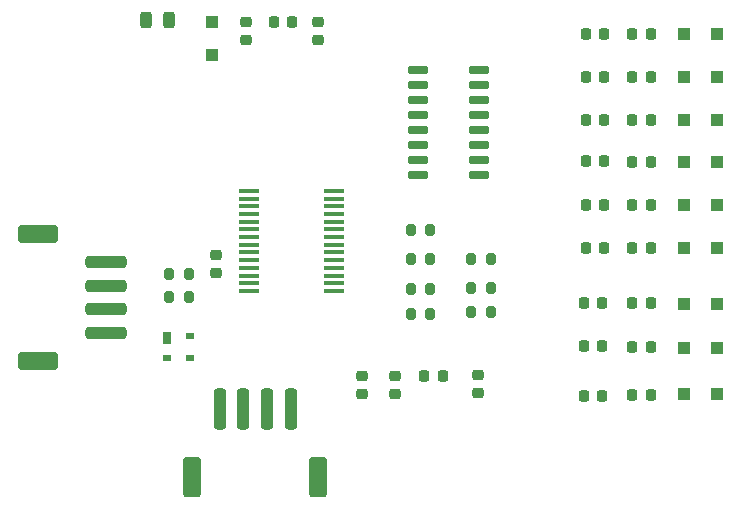
<source format=gbr>
%TF.GenerationSoftware,KiCad,Pcbnew,7.0.7*%
%TF.CreationDate,2024-02-03T17:25:47+00:00*%
%TF.ProjectId,LPF_Relay,4c50465f-5265-46c6-9179-2e6b69636164,rev?*%
%TF.SameCoordinates,Original*%
%TF.FileFunction,Paste,Top*%
%TF.FilePolarity,Positive*%
%FSLAX46Y46*%
G04 Gerber Fmt 4.6, Leading zero omitted, Abs format (unit mm)*
G04 Created by KiCad (PCBNEW 7.0.7) date 2024-02-03 17:25:47*
%MOMM*%
%LPD*%
G01*
G04 APERTURE LIST*
G04 Aperture macros list*
%AMRoundRect*
0 Rectangle with rounded corners*
0 $1 Rounding radius*
0 $2 $3 $4 $5 $6 $7 $8 $9 X,Y pos of 4 corners*
0 Add a 4 corners polygon primitive as box body*
4,1,4,$2,$3,$4,$5,$6,$7,$8,$9,$2,$3,0*
0 Add four circle primitives for the rounded corners*
1,1,$1+$1,$2,$3*
1,1,$1+$1,$4,$5*
1,1,$1+$1,$6,$7*
1,1,$1+$1,$8,$9*
0 Add four rect primitives between the rounded corners*
20,1,$1+$1,$2,$3,$4,$5,0*
20,1,$1+$1,$4,$5,$6,$7,0*
20,1,$1+$1,$6,$7,$8,$9,0*
20,1,$1+$1,$8,$9,$2,$3,0*%
G04 Aperture macros list end*
%ADD10RoundRect,0.218750X0.218750X0.256250X-0.218750X0.256250X-0.218750X-0.256250X0.218750X-0.256250X0*%
%ADD11RoundRect,0.225000X0.225000X0.250000X-0.225000X0.250000X-0.225000X-0.250000X0.225000X-0.250000X0*%
%ADD12RoundRect,0.250000X-0.300000X-0.300000X0.300000X-0.300000X0.300000X0.300000X-0.300000X0.300000X0*%
%ADD13RoundRect,0.250000X-1.500000X0.250000X-1.500000X-0.250000X1.500000X-0.250000X1.500000X0.250000X0*%
%ADD14RoundRect,0.250001X-1.449999X0.499999X-1.449999X-0.499999X1.449999X-0.499999X1.449999X0.499999X0*%
%ADD15RoundRect,0.150000X-0.725000X-0.150000X0.725000X-0.150000X0.725000X0.150000X-0.725000X0.150000X0*%
%ADD16RoundRect,0.200000X0.200000X0.275000X-0.200000X0.275000X-0.200000X-0.275000X0.200000X-0.275000X0*%
%ADD17RoundRect,0.225000X-0.250000X0.225000X-0.250000X-0.225000X0.250000X-0.225000X0.250000X0.225000X0*%
%ADD18R,0.700000X1.000000*%
%ADD19R,0.700000X0.600000*%
%ADD20RoundRect,0.200000X-0.200000X-0.275000X0.200000X-0.275000X0.200000X0.275000X-0.200000X0.275000X0*%
%ADD21R,1.750000X0.450000*%
%ADD22RoundRect,0.250000X-0.250000X-1.500000X0.250000X-1.500000X0.250000X1.500000X-0.250000X1.500000X0*%
%ADD23RoundRect,0.250001X-0.499999X-1.449999X0.499999X-1.449999X0.499999X1.449999X-0.499999X1.449999X0*%
%ADD24RoundRect,0.250000X-0.300000X0.300000X-0.300000X-0.300000X0.300000X-0.300000X0.300000X0.300000X0*%
%ADD25RoundRect,0.243750X0.243750X0.456250X-0.243750X0.456250X-0.243750X-0.456250X0.243750X-0.456250X0*%
G04 APERTURE END LIST*
D10*
%TO.C,L1*%
X36717500Y-39130000D03*
X35142500Y-39130000D03*
%TD*%
D11*
%TO.C,C15*%
X50345000Y-10140000D03*
X48795000Y-10140000D03*
%TD*%
D12*
%TO.C,D9*%
X57112500Y-21036000D03*
X59912500Y-21036000D03*
%TD*%
D13*
%TO.C,J2*%
X8150000Y-29460000D03*
X8150000Y-31460000D03*
X8150000Y-33460000D03*
X8150000Y-35460000D03*
D14*
X2400000Y-27110000D03*
X2400000Y-37810000D03*
%TD*%
D12*
%TO.C,D5*%
X57112500Y-10140000D03*
X59912500Y-10140000D03*
%TD*%
%TO.C,D11*%
X57112500Y-28300000D03*
X59912500Y-28300000D03*
%TD*%
D11*
%TO.C,C14*%
X50195000Y-32970000D03*
X48645000Y-32970000D03*
%TD*%
D15*
%TO.C,U2*%
X34585000Y-13245000D03*
X34585000Y-14515000D03*
X34585000Y-15785000D03*
X34585000Y-17055000D03*
X34585000Y-18325000D03*
X34585000Y-19595000D03*
X34585000Y-20865000D03*
X34585000Y-22135000D03*
X39735000Y-22135000D03*
X39735000Y-20865000D03*
X39735000Y-19595000D03*
X39735000Y-18325000D03*
X39735000Y-17055000D03*
X39735000Y-15785000D03*
X39735000Y-14515000D03*
X39735000Y-13245000D03*
%TD*%
D16*
%TO.C,R6*%
X35630000Y-29230000D03*
X33980000Y-29230000D03*
%TD*%
D17*
%TO.C,C1*%
X32690000Y-39100000D03*
X32690000Y-40650000D03*
%TD*%
D16*
%TO.C,R3*%
X35630000Y-31780000D03*
X33980000Y-31780000D03*
%TD*%
D10*
%TO.C,L5*%
X54287500Y-32970000D03*
X52712500Y-32970000D03*
%TD*%
D12*
%TO.C,D6*%
X57132500Y-40610000D03*
X59932500Y-40610000D03*
%TD*%
D17*
%TO.C,C3*%
X29890000Y-39100000D03*
X29890000Y-40650000D03*
%TD*%
D11*
%TO.C,C11*%
X50345000Y-17406389D03*
X48795000Y-17406389D03*
%TD*%
D17*
%TO.C,C2*%
X39700000Y-39040000D03*
X39700000Y-40590000D03*
%TD*%
D16*
%TO.C,R9*%
X35630000Y-26740000D03*
X33980000Y-26740000D03*
%TD*%
D18*
%TO.C,D1*%
X13320000Y-35930000D03*
D19*
X13320000Y-37630000D03*
X15320000Y-37630000D03*
X15320000Y-35730000D03*
%TD*%
D17*
%TO.C,C6*%
X26140000Y-9120000D03*
X26140000Y-10670000D03*
%TD*%
D10*
%TO.C,L3*%
X54287500Y-40700000D03*
X52712500Y-40700000D03*
%TD*%
D20*
%TO.C,R5*%
X13545000Y-30490000D03*
X15195000Y-30490000D03*
%TD*%
D10*
%TO.C,L2*%
X23947500Y-9120000D03*
X22372500Y-9120000D03*
%TD*%
D11*
%TO.C,C13*%
X50345000Y-13775186D03*
X48795000Y-13775186D03*
%TD*%
D17*
%TO.C,C4*%
X17530000Y-28850000D03*
X17530000Y-30400000D03*
%TD*%
D11*
%TO.C,C9*%
X50345000Y-20950000D03*
X48795000Y-20950000D03*
%TD*%
D10*
%TO.C,L10*%
X54327500Y-13775186D03*
X52752500Y-13775186D03*
%TD*%
D21*
%TO.C,U1*%
X20250000Y-23460000D03*
X20250000Y-24110000D03*
X20250000Y-24760000D03*
X20250000Y-25410000D03*
X20250000Y-26060000D03*
X20250000Y-26710000D03*
X20250000Y-27360000D03*
X20250000Y-28010000D03*
X20250000Y-28660000D03*
X20250000Y-29310000D03*
X20250000Y-29960000D03*
X20250000Y-30610000D03*
X20250000Y-31260000D03*
X20250000Y-31910000D03*
X27450000Y-31910000D03*
X27450000Y-31260000D03*
X27450000Y-30610000D03*
X27450000Y-29960000D03*
X27450000Y-29310000D03*
X27450000Y-28660000D03*
X27450000Y-28010000D03*
X27450000Y-27360000D03*
X27450000Y-26710000D03*
X27450000Y-26060000D03*
X27450000Y-25410000D03*
X27450000Y-24760000D03*
X27450000Y-24110000D03*
X27450000Y-23460000D03*
%TD*%
D10*
%TO.C,L4*%
X54287500Y-36620000D03*
X52712500Y-36620000D03*
%TD*%
D11*
%TO.C,C7*%
X50195000Y-40830000D03*
X48645000Y-40830000D03*
%TD*%
%TO.C,C8*%
X50345000Y-24668795D03*
X48795000Y-24668795D03*
%TD*%
D20*
%TO.C,R4*%
X39095000Y-31690000D03*
X40745000Y-31690000D03*
%TD*%
%TO.C,R2*%
X39095000Y-33710000D03*
X40745000Y-33710000D03*
%TD*%
D12*
%TO.C,D4*%
X57132500Y-36710000D03*
X59932500Y-36710000D03*
%TD*%
D10*
%TO.C,L11*%
X54327500Y-10140000D03*
X52752500Y-10140000D03*
%TD*%
D11*
%TO.C,C12*%
X50195000Y-36580000D03*
X48645000Y-36580000D03*
%TD*%
D10*
%TO.C,L9*%
X54327500Y-17406389D03*
X52752500Y-17406389D03*
%TD*%
D12*
%TO.C,D8*%
X57112500Y-17404000D03*
X59912500Y-17404000D03*
%TD*%
D20*
%TO.C,R8*%
X13555000Y-32470000D03*
X15205000Y-32470000D03*
%TD*%
D16*
%TO.C,R1*%
X35630000Y-33860000D03*
X33980000Y-33860000D03*
%TD*%
D22*
%TO.C,J1*%
X17810000Y-41900000D03*
X19810000Y-41900000D03*
X21810000Y-41900000D03*
X23810000Y-41900000D03*
D23*
X15460000Y-47650000D03*
X26160000Y-47650000D03*
%TD*%
D10*
%TO.C,L6*%
X54327500Y-28300000D03*
X52752500Y-28300000D03*
%TD*%
%TO.C,L8*%
X54327500Y-20980000D03*
X52752500Y-20980000D03*
%TD*%
D12*
%TO.C,D7*%
X57112500Y-13772000D03*
X59912500Y-13772000D03*
%TD*%
D17*
%TO.C,C5*%
X20050000Y-9105000D03*
X20050000Y-10655000D03*
%TD*%
D11*
%TO.C,C10*%
X50345000Y-28300000D03*
X48795000Y-28300000D03*
%TD*%
D12*
%TO.C,D3*%
X57132500Y-33010000D03*
X59932500Y-33010000D03*
%TD*%
D20*
%TO.C,R7*%
X39095000Y-29190000D03*
X40745000Y-29190000D03*
%TD*%
D12*
%TO.C,D10*%
X57112500Y-24668000D03*
X59912500Y-24668000D03*
%TD*%
D24*
%TO.C,D2*%
X17130000Y-9102500D03*
X17130000Y-11902500D03*
%TD*%
D10*
%TO.C,L7*%
X54327500Y-24668795D03*
X52752500Y-24668795D03*
%TD*%
D25*
%TO.C,F1*%
X13477500Y-8980000D03*
X11602500Y-8980000D03*
%TD*%
M02*

</source>
